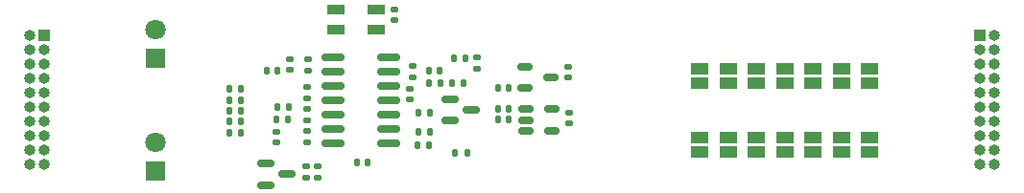
<source format=gbr>
%TF.GenerationSoftware,KiCad,Pcbnew,8.0.8+1*%
%TF.CreationDate,2025-01-23T15:05:37+01:00*%
%TF.ProjectId,IR-sensor,49522d73-656e-4736-9f72-2e6b69636164,rev?*%
%TF.SameCoordinates,Original*%
%TF.FileFunction,Soldermask,Top*%
%TF.FilePolarity,Negative*%
%FSLAX46Y46*%
G04 Gerber Fmt 4.6, Leading zero omitted, Abs format (unit mm)*
G04 Created by KiCad (PCBNEW 8.0.8+1) date 2025-01-23 15:05:37*
%MOMM*%
%LPD*%
G01*
G04 APERTURE LIST*
G04 Aperture macros list*
%AMRoundRect*
0 Rectangle with rounded corners*
0 $1 Rounding radius*
0 $2 $3 $4 $5 $6 $7 $8 $9 X,Y pos of 4 corners*
0 Add a 4 corners polygon primitive as box body*
4,1,4,$2,$3,$4,$5,$6,$7,$8,$9,$2,$3,0*
0 Add four circle primitives for the rounded corners*
1,1,$1+$1,$2,$3*
1,1,$1+$1,$4,$5*
1,1,$1+$1,$6,$7*
1,1,$1+$1,$8,$9*
0 Add four rect primitives between the rounded corners*
20,1,$1+$1,$2,$3,$4,$5,0*
20,1,$1+$1,$4,$5,$6,$7,0*
20,1,$1+$1,$6,$7,$8,$9,0*
20,1,$1+$1,$8,$9,$2,$3,0*%
G04 Aperture macros list end*
%ADD10R,1.600000X0.850000*%
%ADD11RoundRect,0.135000X-0.185000X0.135000X-0.185000X-0.135000X0.185000X-0.135000X0.185000X0.135000X0*%
%ADD12R,1.500000X1.000000*%
%ADD13RoundRect,0.140000X0.140000X0.170000X-0.140000X0.170000X-0.140000X-0.170000X0.140000X-0.170000X0*%
%ADD14R,1.800000X1.800000*%
%ADD15C,1.800000*%
%ADD16RoundRect,0.140000X-0.170000X0.140000X-0.170000X-0.140000X0.170000X-0.140000X0.170000X0.140000X0*%
%ADD17RoundRect,0.135000X0.185000X-0.135000X0.185000X0.135000X-0.185000X0.135000X-0.185000X-0.135000X0*%
%ADD18RoundRect,0.135000X-0.135000X-0.185000X0.135000X-0.185000X0.135000X0.185000X-0.135000X0.185000X0*%
%ADD19RoundRect,0.150000X-0.825000X-0.150000X0.825000X-0.150000X0.825000X0.150000X-0.825000X0.150000X0*%
%ADD20RoundRect,0.150000X-0.512500X-0.150000X0.512500X-0.150000X0.512500X0.150000X-0.512500X0.150000X0*%
%ADD21RoundRect,0.150000X-0.587500X-0.150000X0.587500X-0.150000X0.587500X0.150000X-0.587500X0.150000X0*%
%ADD22RoundRect,0.135000X0.135000X0.185000X-0.135000X0.185000X-0.135000X-0.185000X0.135000X-0.185000X0*%
%ADD23RoundRect,0.140000X-0.140000X-0.170000X0.140000X-0.170000X0.140000X0.170000X-0.140000X0.170000X0*%
%ADD24R,1.000000X1.000000*%
%ADD25O,1.000000X1.000000*%
%ADD26RoundRect,0.140000X0.170000X-0.140000X0.170000X0.140000X-0.170000X0.140000X-0.170000X-0.140000X0*%
G04 APERTURE END LIST*
D10*
%TO.C,D4*%
X79430000Y-51960000D03*
X79430000Y-53710000D03*
X82930000Y-53710000D03*
X82930000Y-51960000D03*
%TD*%
D11*
%TO.C,R3*%
X76875000Y-60815000D03*
X76875000Y-61835000D03*
%TD*%
D12*
%TO.C,JP2*%
X114000000Y-57200000D03*
X114000000Y-58500000D03*
%TD*%
D13*
%TO.C,C7*%
X71000000Y-60000000D03*
X70040000Y-60000000D03*
%TD*%
D14*
%TO.C,D5*%
X63535000Y-56275000D03*
D15*
X63535000Y-53735000D03*
%TD*%
D16*
%TO.C,C5*%
X99925000Y-57045000D03*
X99925000Y-58005000D03*
%TD*%
D17*
%TO.C,R12*%
X77835000Y-66905000D03*
X77835000Y-65885000D03*
%TD*%
D18*
%TO.C,R9*%
X69990000Y-62900000D03*
X71010000Y-62900000D03*
%TD*%
D19*
%TO.C,U1*%
X79150000Y-56190000D03*
X79150000Y-57460000D03*
X79150000Y-58730000D03*
X79150000Y-60000000D03*
X79150000Y-61270000D03*
X79150000Y-62540000D03*
X79150000Y-63810000D03*
X84100000Y-63810000D03*
X84100000Y-62540000D03*
X84100000Y-61270000D03*
X84100000Y-60000000D03*
X84100000Y-58730000D03*
X84100000Y-57460000D03*
X84100000Y-56190000D03*
%TD*%
D20*
%TO.C,U2*%
X96127500Y-57045000D03*
X96127500Y-58945000D03*
X98402500Y-57995000D03*
%TD*%
D21*
%TO.C,Q1*%
X73252500Y-65620000D03*
X73252500Y-67520000D03*
X75127500Y-66570000D03*
%TD*%
D12*
%TO.C,JP5*%
X121500000Y-57200000D03*
X121500000Y-58500000D03*
%TD*%
%TO.C,JP3*%
X116500000Y-57200000D03*
X116500000Y-58500000D03*
%TD*%
D17*
%TO.C,R1*%
X76945000Y-57385000D03*
X76945000Y-56365000D03*
%TD*%
D22*
%TO.C,R18*%
X90880000Y-56295000D03*
X89860000Y-56295000D03*
%TD*%
D23*
%TO.C,C18*%
X93705000Y-60785000D03*
X94665000Y-60785000D03*
%TD*%
D22*
%TO.C,R7*%
X90650000Y-58460000D03*
X89630000Y-58460000D03*
%TD*%
D12*
%TO.C,JP13*%
X124000000Y-63300000D03*
X124000000Y-64600000D03*
%TD*%
D18*
%TO.C,R11*%
X69990000Y-61900000D03*
X71010000Y-61900000D03*
%TD*%
D21*
%TO.C,Q2*%
X89457500Y-59925000D03*
X89457500Y-61825000D03*
X91332500Y-60875000D03*
%TD*%
D13*
%TO.C,C13*%
X88585000Y-57385000D03*
X87625000Y-57385000D03*
%TD*%
D17*
%TO.C,R8*%
X76825000Y-66915000D03*
X76825000Y-65895000D03*
%TD*%
D14*
%TO.C,D6*%
X63535000Y-66275000D03*
D15*
X63535000Y-63735000D03*
%TD*%
D12*
%TO.C,JP4*%
X119000000Y-57200000D03*
X119000000Y-58500000D03*
%TD*%
D17*
%TO.C,R16*%
X86225000Y-57955000D03*
X86225000Y-56935000D03*
%TD*%
D18*
%TO.C,R14*%
X74221000Y-60627000D03*
X75241000Y-60627000D03*
%TD*%
D22*
%TO.C,R6*%
X90970000Y-64635000D03*
X89950000Y-64635000D03*
%TD*%
D24*
%TO.C,J3*%
X53700000Y-54285000D03*
D25*
X52430000Y-54285000D03*
X53700000Y-55555000D03*
X52430000Y-55555000D03*
X53700000Y-56825000D03*
X52430000Y-56825000D03*
X53700000Y-58095000D03*
X52430000Y-58095000D03*
X53700000Y-59365000D03*
X52430000Y-59365000D03*
X53700000Y-60635000D03*
X52430000Y-60635000D03*
X53700000Y-61905000D03*
X52430000Y-61905000D03*
X53700000Y-63175000D03*
X52430000Y-63175000D03*
X53700000Y-64445000D03*
X52430000Y-64445000D03*
X53700000Y-65715000D03*
X52430000Y-65715000D03*
%TD*%
D23*
%TO.C,C9*%
X86715000Y-61105000D03*
X87675000Y-61105000D03*
%TD*%
D18*
%TO.C,R4*%
X86615000Y-63965000D03*
X87635000Y-63965000D03*
%TD*%
D24*
%TO.C,J2*%
X136225000Y-54285000D03*
D25*
X137495000Y-54285000D03*
X136225000Y-55555000D03*
X137495000Y-55555000D03*
X136225000Y-56825000D03*
X137495000Y-56825000D03*
X136225000Y-58095000D03*
X137495000Y-58095000D03*
X136225000Y-59365000D03*
X137495000Y-59365000D03*
X136225000Y-60635000D03*
X137495000Y-60635000D03*
X136225000Y-61905000D03*
X137495000Y-61905000D03*
X136225000Y-63175000D03*
X137495000Y-63175000D03*
X136225000Y-64445000D03*
X137495000Y-64445000D03*
X136225000Y-65715000D03*
X137495000Y-65715000D03*
%TD*%
D12*
%TO.C,JP1*%
X111500000Y-57200000D03*
X111500000Y-58500000D03*
%TD*%
D23*
%TO.C,C8*%
X81235000Y-65515000D03*
X82195000Y-65515000D03*
%TD*%
D12*
%TO.C,JP10*%
X116500000Y-63300000D03*
X116500000Y-64600000D03*
%TD*%
%TO.C,JP9*%
X114000000Y-63300000D03*
X114000000Y-64600000D03*
%TD*%
D16*
%TO.C,C3*%
X84585000Y-51975000D03*
X84585000Y-52935000D03*
%TD*%
D22*
%TO.C,R17*%
X88605000Y-58485000D03*
X87585000Y-58485000D03*
%TD*%
D23*
%TO.C,C16*%
X93705000Y-61725000D03*
X94665000Y-61725000D03*
%TD*%
D12*
%TO.C,JP11*%
X119000000Y-63300000D03*
X119000000Y-64600000D03*
%TD*%
D13*
%TO.C,C15*%
X74250000Y-57400000D03*
X73290000Y-57400000D03*
%TD*%
D26*
%TO.C,C1*%
X75385000Y-57345000D03*
X75385000Y-56385000D03*
%TD*%
D16*
%TO.C,C2*%
X76865000Y-58865000D03*
X76865000Y-59825000D03*
%TD*%
D18*
%TO.C,R15*%
X74165000Y-61675000D03*
X75185000Y-61675000D03*
%TD*%
D11*
%TO.C,R2*%
X76865000Y-62715000D03*
X76865000Y-63735000D03*
%TD*%
D23*
%TO.C,C12*%
X93685000Y-58955000D03*
X94645000Y-58955000D03*
%TD*%
D12*
%TO.C,JP12*%
X121500000Y-63300000D03*
X121500000Y-64600000D03*
%TD*%
D16*
%TO.C,C11*%
X91855000Y-56240000D03*
X91855000Y-57200000D03*
%TD*%
D13*
%TO.C,C4*%
X71000000Y-60950000D03*
X70040000Y-60950000D03*
%TD*%
D16*
%TO.C,C6*%
X74140000Y-62780000D03*
X74140000Y-63740000D03*
%TD*%
D12*
%TO.C,JP14*%
X126500000Y-63300000D03*
X126500000Y-64600000D03*
%TD*%
%TO.C,JP7*%
X126500000Y-57200000D03*
X126500000Y-58500000D03*
%TD*%
D18*
%TO.C,R5*%
X86675000Y-62795000D03*
X87695000Y-62795000D03*
%TD*%
D13*
%TO.C,C14*%
X70990000Y-59040000D03*
X70030000Y-59040000D03*
%TD*%
D12*
%TO.C,JP6*%
X124000000Y-57200000D03*
X124000000Y-58500000D03*
%TD*%
D16*
%TO.C,C10*%
X85925000Y-58965000D03*
X85925000Y-59925000D03*
%TD*%
D20*
%TO.C,U4*%
X96147500Y-60815000D03*
X96147500Y-61765000D03*
X96147500Y-62715000D03*
X98422500Y-62715000D03*
X98422500Y-60815000D03*
%TD*%
D12*
%TO.C,JP8*%
X111500000Y-63300000D03*
X111500000Y-64600000D03*
%TD*%
D26*
%TO.C,C17*%
X99955000Y-62085000D03*
X99955000Y-61125000D03*
%TD*%
M02*

</source>
